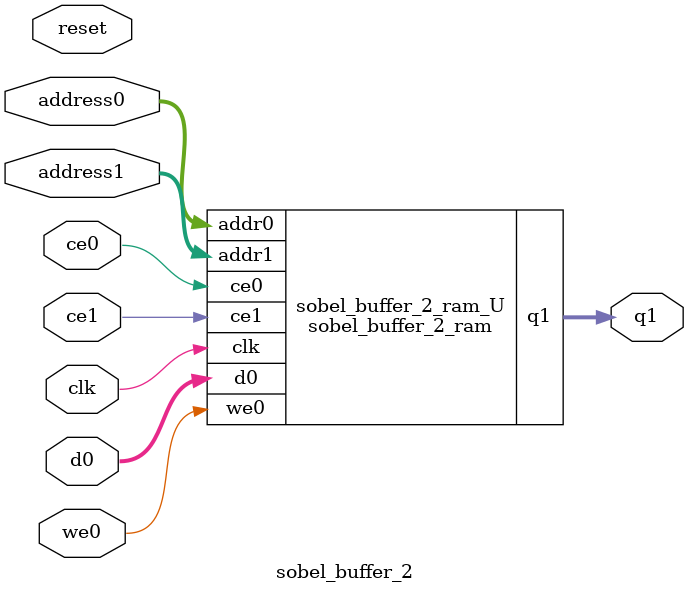
<source format=v>
`timescale 1 ns / 1 ps
module sobel_buffer_2_ram (addr0, ce0, d0, we0, addr1, ce1, q1,  clk);

parameter DWIDTH = 16;
parameter AWIDTH = 11;
parameter MEM_SIZE = 1280;

input[AWIDTH-1:0] addr0;
input ce0;
input[DWIDTH-1:0] d0;
input we0;
input[AWIDTH-1:0] addr1;
input ce1;
output reg[DWIDTH-1:0] q1;
input clk;

reg [DWIDTH-1:0] ram[0:MEM_SIZE-1];




always @(posedge clk)  
begin 
    if (ce0) begin
        if (we0) 
            ram[addr0] <= d0; 
    end
end


always @(posedge clk)  
begin 
    if (ce1) begin
        q1 <= ram[addr1];
    end
end


endmodule

`timescale 1 ns / 1 ps
module sobel_buffer_2(
    reset,
    clk,
    address0,
    ce0,
    we0,
    d0,
    address1,
    ce1,
    q1);

parameter DataWidth = 32'd16;
parameter AddressRange = 32'd1280;
parameter AddressWidth = 32'd11;
input reset;
input clk;
input[AddressWidth - 1:0] address0;
input ce0;
input we0;
input[DataWidth - 1:0] d0;
input[AddressWidth - 1:0] address1;
input ce1;
output[DataWidth - 1:0] q1;



sobel_buffer_2_ram sobel_buffer_2_ram_U(
    .clk( clk ),
    .addr0( address0 ),
    .ce0( ce0 ),
    .we0( we0 ),
    .d0( d0 ),
    .addr1( address1 ),
    .ce1( ce1 ),
    .q1( q1 ));

endmodule


</source>
